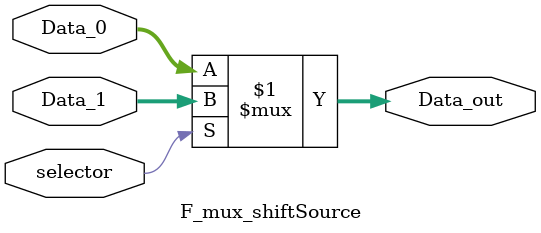
<source format=v>
module F_mux_shiftSource (
    input  wire            selector,
    input  wire    [31:0]  Data_0,
    input  wire    [31:0]  Data_1,
    output wire    [31:0]  Data_out 
);

    assign Data_out = (selector) ? Data_1 : Data_0;
    
endmodule
</source>
